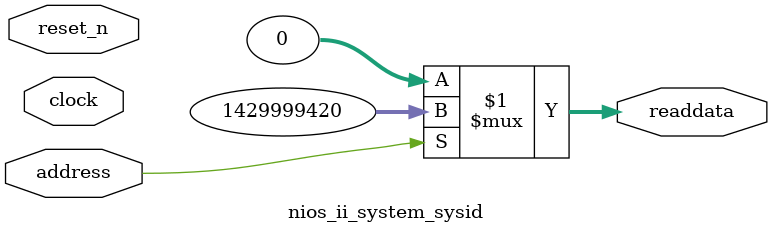
<source format=v>

`timescale 1ns / 1ps
// synthesis translate_on

// turn off superfluous verilog processor warnings 
// altera message_level Level1 
// altera message_off 10034 10035 10036 10037 10230 10240 10030 

module nios_ii_system_sysid (
               // inputs:
                address,
                clock,
                reset_n,

               // outputs:
                readdata
             )
;

  output  [ 31: 0] readdata;
  input            address;
  input            clock;
  input            reset_n;

  wire    [ 31: 0] readdata;
  //control_slave, which is an e_avalon_slave
  assign readdata = address ? 1429999420 : 0;

endmodule




</source>
